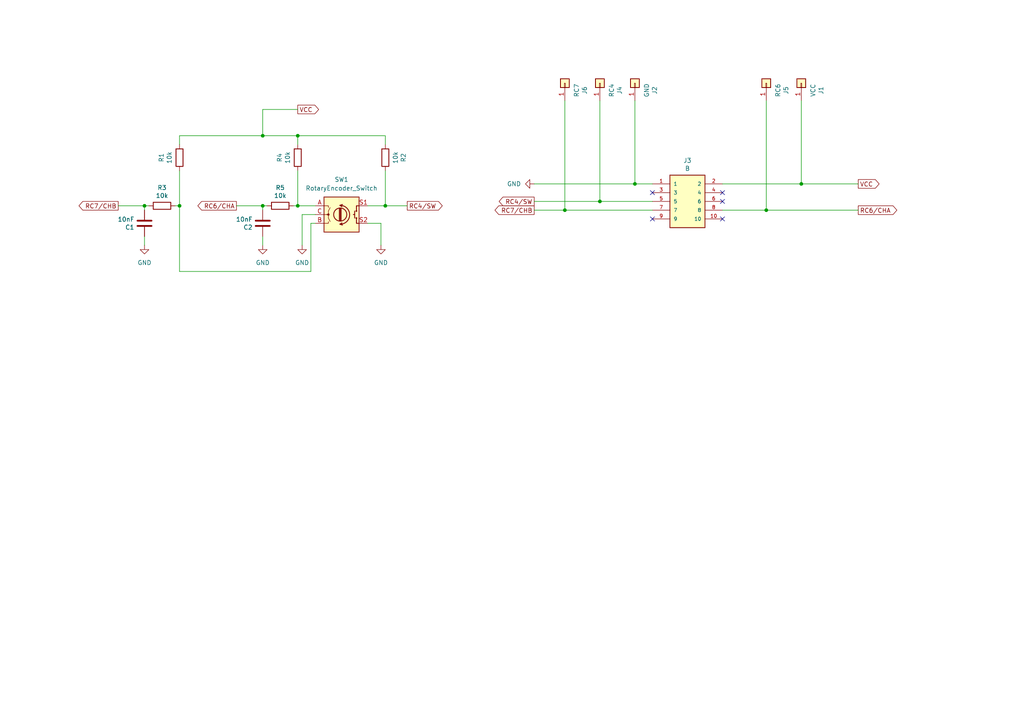
<source format=kicad_sch>
(kicad_sch (version 20211123) (generator eeschema)
  (paper "A4")
  (title_block (title "Rotary encoder for ASRC V6") (date "2022-05-06") (rev "V2"))
  (lib_symbols
    (symbol "Connector_Generic:Conn_01x01" (pin_names (offset 1.016) hide)
      (property "Reference" "J" (at 0 2.54 0))
      (property "Value" "Conn_01x01" (at 0 -2.54 0))
      (symbol "Conn_01x01_1_1"
        (rectangle (start -1.27 0.127) (end 0 -0.127) (stroke (width 0.1524)))
        (rectangle (start -1.27 1.27) (end 1.27 -1.27) (stroke (width 0.254)) (fill (type background)))
        (pin passive line (at -5.08 0 0) (length 3.81) (name "Pin_1") (number "1"))
      )
    )
    (symbol "Device:C" (pin_numbers hide) (pin_names (offset 0.254))
      (property "Reference" "C" (at 0.635 2.54 0))
      (property "Value" "C" (at 0.635 -2.54 0))
      (symbol "C_0_1"
        (polyline (pts (xy -2.032 -0.762) (xy 2.032 -0.762)) (stroke (width 0.508)))
        (polyline (pts (xy -2.032 0.762) (xy 2.032 0.762)) (stroke (width 0.508)))
      )
      (symbol "C_1_1"
        (pin passive line (at 0 3.81 270) (length 2.794) (name "~") (number "1"))
        (pin passive line (at 0 -3.81 90) (length 2.794) (name "~") (number "2"))
      )
    )
    (symbol "Device:R" (pin_numbers hide) (pin_names (offset 0))
      (property "Reference" "R" (at 2.032 0 90))
      (property "Value" "R" (at 0 0 90))
      (symbol "R_0_1"
        (rectangle (start -1.016 -2.54) (end 1.016 2.54) (stroke (width 0.254)))
      )
      (symbol "R_1_1"
        (pin passive line (at 0 3.81 270) (length 1.27) (name "~") (number "1"))
        (pin passive line (at 0 -3.81 90) (length 1.27) (name "~") (number "2"))
      )
    )
    (symbol "Device:RotaryEncoder_Switch" (pin_names (offset 0.254) hide)
      (property "Reference" "SW" (at 0 6.604 0))
      (property "Value" "RotaryEncoder_Switch" (at 0 -6.604 0))
      (symbol "RotaryEncoder_Switch_0_1"
        (rectangle (start -5.08 5.08) (end 5.08 -5.08) (stroke (width 0.254)) (fill (type background)))
        (circle (center -3.81 0) (radius 0.254) (fill (type outline)))
        (arc (start -0.381 -2.794) (mid 2.3622 -0.0635) (end -0.381 2.667) (stroke (width 0.254)))
        (circle (center -0.381 0) (radius 1.905) (stroke (width 0.254)))
        (polyline (pts (xy -0.635 -1.778) (xy -0.635 1.778)) (stroke (width 0.254)))
        (polyline (pts (xy -0.381 -1.778) (xy -0.381 1.778)) (stroke (width 0.254)))
        (polyline (pts (xy -0.127 1.778) (xy -0.127 -1.778)) (stroke (width 0.254)))
        (polyline (pts (xy 3.81 0) (xy 3.429 0)) (stroke (width 0.254)))
        (polyline (pts (xy 3.81 1.016) (xy 3.81 -1.016)) (stroke (width 0.254)))
        (polyline (pts (xy -5.08 -2.54) (xy -3.81 -2.54) (xy -3.81 -2.032)))
        (polyline (pts (xy -5.08 2.54) (xy -3.81 2.54) (xy -3.81 2.032)))
        (polyline (pts (xy 0.254 -3.048) (xy -0.508 -2.794) (xy 0.127 -2.413)) (stroke (width 0.254)))
        (polyline (pts (xy 0.254 2.921) (xy -0.508 2.667) (xy 0.127 2.286)) (stroke (width 0.254)))
        (polyline (pts (xy 5.08 -2.54) (xy 4.318 -2.54) (xy 4.318 -1.016)) (stroke (width 0.254)))
        (polyline (pts (xy 5.08 2.54) (xy 4.318 2.54) (xy 4.318 1.016)) (stroke (width 0.254)))
        (polyline (pts (xy -5.08 0) (xy -3.81 0) (xy -3.81 -1.016) (xy -3.302 -2.032)))
        (polyline (pts (xy -4.318 0) (xy -3.81 0) (xy -3.81 1.016) (xy -3.302 2.032)))
        (circle (center 4.318 -1.016) (radius 0.127) (stroke (width 0.254)))
        (circle (center 4.318 1.016) (radius 0.127) (stroke (width 0.254)))
      )
      (symbol "RotaryEncoder_Switch_1_1"
        (pin passive line (at -7.62 2.54 0) (length 2.54) (name "A") (number "A"))
        (pin passive line (at -7.62 -2.54 0) (length 2.54) (name "B") (number "B"))
        (pin passive line (at -7.62 0 0) (length 2.54) (name "C") (number "C"))
        (pin passive line (at 7.62 2.54 180) (length 2.54) (name "S1") (number "S1"))
        (pin passive line (at 7.62 -2.54 180) (length 2.54) (name "S2") (number "S2"))
      )
    )
    (symbol "kicad-snk:TE_CONN_RCPT_10POS_0.1_TIN_PCB" (pin_names (offset 1.016))
      (property "Reference" "J" (at -5.08 8.255 0))
      (property "Value" "TE_CONN_RCPT_10POS_0.1_TIN_PCB" (at -5.08 -10.1854 0))
      (symbol "TE_CONN_RCPT_10POS_0.1_TIN_PCB_0_0"
        (rectangle (start -5.08 -7.62) (end 5.08 7.62) (stroke (width 0.254)) (fill (type background)))
        (pin passive line (at -10.16 5.08 0) (length 5.08) (name "1") (number "1"))
        (pin passive line (at 10.16 -5.08 180) (length 5.08) (name "10") (number "10"))
        (pin passive line (at 10.16 5.08 180) (length 5.08) (name "2") (number "2"))
        (pin passive line (at -10.16 2.54 0) (length 5.08) (name "3") (number "3"))
        (pin passive line (at 10.16 2.54 180) (length 5.08) (name "4") (number "4"))
        (pin passive line (at -10.16 0 0) (length 5.08) (name "5") (number "5"))
        (pin passive line (at 10.16 0 180) (length 5.08) (name "6") (number "6"))
        (pin passive line (at -10.16 -2.54 0) (length 5.08) (name "7") (number "7"))
        (pin passive line (at 10.16 -2.54 180) (length 5.08) (name "8") (number "8"))
        (pin passive line (at -10.16 -5.08 0) (length 5.08) (name "9") (number "9"))
      )
    )
    (symbol "power:GND" (power) (pin_names (offset 0))
      (property "Value" "GND" (at 0 -3.81 0))
      (symbol "GND_0_1"
        (polyline (pts (xy 0 0) (xy 0 -1.27) (xy 1.27 -1.27) (xy 0 -2.54) (xy -1.27 -1.27) (xy 0 -1.27)))
      )
      (symbol "GND_1_1"
        (pin power_in line (at 0 0 270) (length 0) hide (name "GND") (number "1"))
      )
    )
  )
  (junction (at 163.83 60.96))
  (junction (at 76.2 39.37))
  (junction (at 111.76 59.69))
  (junction (at 76.2 59.69))
  (junction (at 173.99 58.42))
  (junction (at 222.25 60.96))
  (junction (at 86.36 39.37))
  (junction (at 86.36 59.69))
  (junction (at 184.15 53.34))
  (junction (at 232.41 53.34))
  (junction (at 52.07 59.69))
  (junction (at 41.91 59.69))
  (no_connect (at 189.23 55.88))
  (no_connect (at 189.23 63.5))
  (no_connect (at 209.55 55.88))
  (no_connect (at 209.55 58.42))
  (no_connect (at 209.55 63.5))
  (wire (pts (xy 68.58 59.69) (xy 76.2 59.69)))
  (wire (pts (xy 76.2 39.37) (xy 86.36 39.37)))
  (wire (pts (xy 209.55 60.96) (xy 222.25 60.96)))
  (wire (pts (xy 76.2 59.69) (xy 76.2 60.96)))
  (wire (pts (xy 91.44 62.23) (xy 87.63 62.23)))
  (wire (pts (xy 52.07 41.91) (xy 52.07 39.37)))
  (wire (pts (xy 86.36 59.69) (xy 91.44 59.69)))
  (wire (pts (xy 43.18 59.69) (xy 41.91 59.69)))
  (wire (pts (xy 76.2 68.58) (xy 76.2 71.12)))
  (wire (pts (xy 86.36 39.37) (xy 86.36 41.91)))
  (wire (pts (xy 163.83 60.96) (xy 189.23 60.96)))
  (wire (pts (xy 76.2 31.75) (xy 76.2 39.37)))
  (wire (pts (xy 111.76 59.69) (xy 118.11 59.69)))
  (wire (pts (xy 110.49 64.77) (xy 110.49 71.12)))
  (wire (pts (xy 111.76 59.69) (xy 111.76 49.53)))
  (wire (pts (xy 85.09 59.69) (xy 86.36 59.69)))
  (wire (pts (xy 50.8 59.69) (xy 52.07 59.69)))
  (wire (pts (xy 184.15 53.34) (xy 189.23 53.34)))
  (wire (pts (xy 173.99 58.42) (xy 189.23 58.42)))
  (wire (pts (xy 52.07 59.69) (xy 52.07 78.74)))
  (wire (pts (xy 90.17 64.77) (xy 91.44 64.77)))
  (wire (pts (xy 154.94 60.96) (xy 163.83 60.96)))
  (wire (pts (xy 87.63 62.23) (xy 87.63 71.12)))
  (wire (pts (xy 163.83 29.21) (xy 163.83 60.96)))
  (wire (pts (xy 52.07 78.74) (xy 90.17 78.74)))
  (wire (pts (xy 41.91 68.58) (xy 41.91 71.12)))
  (wire (pts (xy 34.29 59.69) (xy 41.91 59.69)))
  (wire (pts (xy 106.68 59.69) (xy 111.76 59.69)))
  (wire (pts (xy 77.47 59.69) (xy 76.2 59.69)))
  (wire (pts (xy 111.76 41.91) (xy 111.76 39.37)))
  (wire (pts (xy 86.36 39.37) (xy 111.76 39.37)))
  (wire (pts (xy 86.36 31.75) (xy 76.2 31.75)))
  (wire (pts (xy 41.91 59.69) (xy 41.91 60.96)))
  (wire (pts (xy 52.07 49.53) (xy 52.07 59.69)))
  (wire (pts (xy 154.94 58.42) (xy 173.99 58.42)))
  (wire (pts (xy 52.07 39.37) (xy 76.2 39.37)))
  (wire (pts (xy 222.25 29.21) (xy 222.25 60.96)))
  (wire (pts (xy 154.94 53.34) (xy 184.15 53.34)))
  (wire (pts (xy 232.41 53.34) (xy 248.92 53.34)))
  (wire (pts (xy 232.41 29.21) (xy 232.41 53.34)))
  (wire (pts (xy 90.17 78.74) (xy 90.17 64.77)))
  (wire (pts (xy 86.36 49.53) (xy 86.36 59.69)))
  (wire (pts (xy 173.99 29.21) (xy 173.99 58.42)))
  (wire (pts (xy 184.15 29.21) (xy 184.15 53.34)))
  (wire (pts (xy 110.49 64.77) (xy 106.68 64.77)))
  (wire (pts (xy 209.55 53.34) (xy 232.41 53.34)))
  (wire (pts (xy 222.25 60.96) (xy 248.92 60.96)))
  (global_label "RC4{slash}SW" (shape output) (at 118.11 59.69 0) (property "Intersheet References" "${INTERSHEET_REFS}" (effects hide)))
  (global_label "RC7{slash}CHB" (shape output) (at 154.94 60.96 180) (property "Intersheet References" "${INTERSHEET_REFS}" (effects hide)))
  (global_label "RC7{slash}CHB" (shape output) (at 34.29 59.69 180) (property "Intersheet References" "${INTERSHEET_REFS}" (effects hide)))
  (global_label "RC6{slash}CHA" (shape output) (at 68.58 59.69 180) (property "Intersheet References" "${INTERSHEET_REFS}" (effects hide)))
  (global_label "RC4{slash}SW" (shape output) (at 154.94 58.42 180) (property "Intersheet References" "${INTERSHEET_REFS}" (effects hide)))
  (global_label "VCC" (shape output) (at 248.92 53.34 0) (property "Intersheet References" "${INTERSHEET_REFS}" (effects hide)))
  (global_label "VCC" (shape output) (at 86.36 31.75 0) (property "Intersheet References" "${INTERSHEET_REFS}" (effects hide)))
  (global_label "RC6{slash}CHA" (shape output) (at 248.92 60.96 0) (property "Intersheet References" "${INTERSHEET_REFS}" (effects hide)))
  (symbol (lib_id "Device:C") (at 41.91 64.77 180) (unit 1)
    (property "Reference" "C1" (at 38.989 65.9384 0) (effects (justify left)))
    (property "Value" "10nF" (at 38.989 63.627 0) (effects (justify left)))
    (property "Footprint" "Capacitor_SMD:C_0603_1608Metric_Pad1.08x0.95mm_HandSolder" (effects hide))
    (property "manf#" "CL10B103KB8NNNC" (effects hide))
  )
  (symbol (lib_id "Connector_Generic:Conn_01x01") (at 232.41 24.13 90) (unit 1)
    (property "Reference" "J1" (at 238.125 26.2128 0))
    (property "Value" "VCC" (at 235.8136 26.2128 0))
    (property "Footprint" "Connector_Pin:Pin_D1.0mm_L10.0mm" (effects hide))
  )
  (symbol (lib_id "Device:R") (at 81.28 59.69 270) (unit 1)
    (property "Reference" "R5" (at 81.28 54.4322 90))
    (property "Value" "10k" (at 81.28 56.7436 90))
    (property "Footprint" "Resistor_SMD:R_0603_1608Metric_Pad0.98x0.95mm_HandSolder" (effects hide))
    (property "manf#" "RT0603FRE074K99L" (effects hide))
  )
  (symbol (lib_id "Device:C") (at 76.2 64.77 180) (unit 1)
    (property "Reference" "C2" (at 73.279 65.9384 0) (effects (justify left)))
    (property "Value" "10nF" (at 73.279 63.627 0) (effects (justify left)))
    (property "Footprint" "Capacitor_SMD:C_0603_1608Metric_Pad1.08x0.95mm_HandSolder" (effects hide))
    (property "manf#" "CL10B103KB8NNNC" (effects hide))
  )
  (symbol (lib_id "Connector_Generic:Conn_01x01") (at 222.25 24.13 90) (unit 1)
    (property "Reference" "J5" (at 227.965 26.2128 0))
    (property "Value" "RC6" (at 225.6536 26.2128 0))
    (property "Footprint" "Connector_Pin:Pin_D1.0mm_L10.0mm" (effects hide))
  )
  (symbol (lib_id "power:GND") (at 87.63 71.12 0) (unit 1)
    (property "Reference" "#PWR0104" (effects hide))
    (property "Value" "GND" (at 87.63 76.2 0))
  )
  (symbol (lib_id "Connector_Generic:Conn_01x01") (at 163.83 24.13 90) (unit 1)
    (property "Reference" "J6" (at 169.545 26.2128 0))
    (property "Value" "RC7" (at 167.2336 26.2128 0))
    (property "Footprint" "Connector_Pin:Pin_D1.0mm_L10.0mm" (effects hide))
  )
  (symbol (lib_id "kicad-snk:TE_CONN_RCPT_10POS_0.1_TIN_PCB") (at 199.39 58.42 0) (unit 1)
    (property "Reference" "J3" (at 199.39 46.5582 0))
    (property "Value" "B" (at 199.39 48.8696 0))
    (property "Footprint" "kicad-snk:TE_CONN_RCPT_10POS_0.1_TIN_PCB" (effects hide))
    (property "Comment" "1-338068-0" (effects hide))
    (property "EU_RoHS_Compliance" "Compliant" (effects hide))
    (property "manf#" "1-215079-0" (effects hide))
  )
  (symbol (lib_id "Device:R") (at 86.36 45.72 0) (unit 1)
    (property "Reference" "R4" (at 81.1022 45.72 90))
    (property "Value" "10k" (at 83.4136 45.72 90))
    (property "Footprint" "Resistor_SMD:R_0603_1608Metric_Pad0.98x0.95mm_HandSolder" (effects hide))
    (property "manf#" "RT0603FRE074K99L" (effects hide))
  )
  (symbol (lib_id "Connector_Generic:Conn_01x01") (at 173.99 24.13 90) (unit 1)
    (property "Reference" "J4" (at 179.705 26.2128 0))
    (property "Value" "RC4" (at 177.3936 26.2128 0))
    (property "Footprint" "Connector_Pin:Pin_D1.0mm_L10.0mm" (effects hide))
  )
  (symbol (lib_id "Device:R") (at 46.99 59.69 270) (unit 1)
    (property "Reference" "R3" (at 46.99 54.4322 90))
    (property "Value" "10k" (at 46.99 56.7436 90))
    (property "Footprint" "Resistor_SMD:R_0603_1608Metric_Pad0.98x0.95mm_HandSolder" (effects hide))
    (property "manf#" "RT0603FRE074K99L" (effects hide))
  )
  (symbol (lib_id "Device:RotaryEncoder_Switch") (at 99.06 62.23 0) (unit 1)
    (property "Reference" "SW1" (at 99.06 52.07 0))
    (property "Value" "RotaryEncoder_Switch" (at 99.06 54.61 0))
    (property "Footprint" "Rotary_Encoder:RotaryEncoder_Alps_EC11E-Switch_Vertical_H20mm" (effects hide))
  )
  (symbol (lib_id "power:GND") (at 154.94 53.34 270) (unit 1)
    (property "Reference" "#PWR0102" (effects hide))
    (property "Value" "GND" (at 151.13 53.3399 90) (effects (justify right)))
  )
  (symbol (lib_id "power:GND") (at 110.49 71.12 0) (unit 1)
    (property "Reference" "#PWR0105" (effects hide))
    (property "Value" "GND" (at 110.49 76.2 0))
  )
  (symbol (lib_id "power:GND") (at 41.91 71.12 0) (unit 1)
    (property "Reference" "#PWR0101" (effects hide))
    (property "Value" "GND" (at 41.91 76.2 0))
  )
  (symbol (lib_id "Connector_Generic:Conn_01x01") (at 184.15 24.13 90) (unit 1)
    (property "Reference" "J2" (at 189.865 26.2128 0))
    (property "Value" "GND" (at 187.5536 26.2128 0))
    (property "Footprint" "Connector_Pin:Pin_D1.0mm_L10.0mm" (effects hide))
  )
  (symbol (lib_id "Device:R") (at 52.07 45.72 0) (unit 1)
    (property "Reference" "R1" (at 46.8122 45.72 90))
    (property "Value" "10k" (at 49.1236 45.72 90))
    (property "Footprint" "Resistor_SMD:R_0603_1608Metric_Pad0.98x0.95mm_HandSolder" (effects hide))
    (property "manf#" "RT0603FRE074K99L" (effects hide))
  )
  (symbol (lib_id "Device:R") (at 111.76 45.72 180) (unit 1)
    (property "Reference" "R2" (at 117.0178 45.72 90))
    (property "Value" "10k" (at 114.7064 45.72 90))
    (property "Footprint" "Resistor_SMD:R_0603_1608Metric_Pad0.98x0.95mm_HandSolder" (effects hide))
    (property "manf#" "RT0603FRE074K99L" (effects hide))
  )
  (symbol (lib_id "power:GND") (at 76.2 71.12 0) (unit 1)
    (property "Reference" "#PWR0103" (effects hide))
    (property "Value" "GND" (at 76.2 76.2 0))
  )
)
</source>
